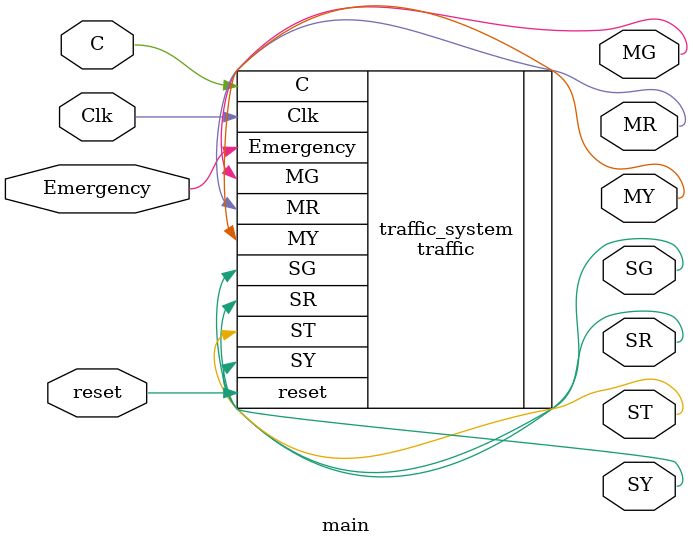
<source format=v>
`timescale 1ns / 1ps

module main(
    output MR, MY, MG,
    output SR, SY, SG,
    output ST,          
    input reset,
    input C,
    input Emergency,    
    input Clk
);

    // Memanggil modul Traffic
    traffic traffic_system(
        .MR(MR), .MY(MY), .MG(MG), 
        .SR(SR), .SY(SY), .SG(SG), 
        .ST(ST),
        .reset(reset), 
        .C(C), 
        .Emergency(Emergency), 
        .Clk(Clk)
    );

endmodule

</source>
